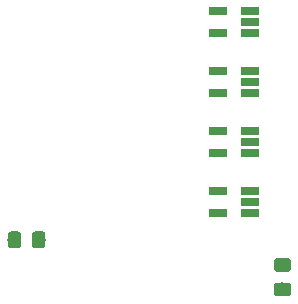
<source format=gbr>
G04 #@! TF.GenerationSoftware,KiCad,Pcbnew,(5.1.4)-1*
G04 #@! TF.CreationDate,2020-03-09T15:05:49+03:00*
G04 #@! TF.ProjectId,L293,4c323933-2e6b-4696-9361-645f70636258,rev?*
G04 #@! TF.SameCoordinates,Original*
G04 #@! TF.FileFunction,Paste,Bot*
G04 #@! TF.FilePolarity,Positive*
%FSLAX46Y46*%
G04 Gerber Fmt 4.6, Leading zero omitted, Abs format (unit mm)*
G04 Created by KiCad (PCBNEW (5.1.4)-1) date 2020-03-09 15:05:49*
%MOMM*%
%LPD*%
G04 APERTURE LIST*
%ADD10C,0.100000*%
%ADD11C,1.150000*%
%ADD12R,1.560000X0.650000*%
G04 APERTURE END LIST*
D10*
G36*
X120807005Y-84126204D02*
G01*
X120831273Y-84129804D01*
X120855072Y-84135765D01*
X120878171Y-84144030D01*
X120900350Y-84154520D01*
X120921393Y-84167132D01*
X120941099Y-84181747D01*
X120959277Y-84198223D01*
X120975753Y-84216401D01*
X120990368Y-84236107D01*
X121002980Y-84257150D01*
X121013470Y-84279329D01*
X121021735Y-84302428D01*
X121027696Y-84326227D01*
X121031296Y-84350495D01*
X121032500Y-84374999D01*
X121032500Y-85025001D01*
X121031296Y-85049505D01*
X121027696Y-85073773D01*
X121021735Y-85097572D01*
X121013470Y-85120671D01*
X121002980Y-85142850D01*
X120990368Y-85163893D01*
X120975753Y-85183599D01*
X120959277Y-85201777D01*
X120941099Y-85218253D01*
X120921393Y-85232868D01*
X120900350Y-85245480D01*
X120878171Y-85255970D01*
X120855072Y-85264235D01*
X120831273Y-85270196D01*
X120807005Y-85273796D01*
X120782501Y-85275000D01*
X119882499Y-85275000D01*
X119857995Y-85273796D01*
X119833727Y-85270196D01*
X119809928Y-85264235D01*
X119786829Y-85255970D01*
X119764650Y-85245480D01*
X119743607Y-85232868D01*
X119723901Y-85218253D01*
X119705723Y-85201777D01*
X119689247Y-85183599D01*
X119674632Y-85163893D01*
X119662020Y-85142850D01*
X119651530Y-85120671D01*
X119643265Y-85097572D01*
X119637304Y-85073773D01*
X119633704Y-85049505D01*
X119632500Y-85025001D01*
X119632500Y-84374999D01*
X119633704Y-84350495D01*
X119637304Y-84326227D01*
X119643265Y-84302428D01*
X119651530Y-84279329D01*
X119662020Y-84257150D01*
X119674632Y-84236107D01*
X119689247Y-84216401D01*
X119705723Y-84198223D01*
X119723901Y-84181747D01*
X119743607Y-84167132D01*
X119764650Y-84154520D01*
X119786829Y-84144030D01*
X119809928Y-84135765D01*
X119833727Y-84129804D01*
X119857995Y-84126204D01*
X119882499Y-84125000D01*
X120782501Y-84125000D01*
X120807005Y-84126204D01*
X120807005Y-84126204D01*
G37*
D11*
X120332500Y-84700000D03*
D10*
G36*
X120807005Y-86176204D02*
G01*
X120831273Y-86179804D01*
X120855072Y-86185765D01*
X120878171Y-86194030D01*
X120900350Y-86204520D01*
X120921393Y-86217132D01*
X120941099Y-86231747D01*
X120959277Y-86248223D01*
X120975753Y-86266401D01*
X120990368Y-86286107D01*
X121002980Y-86307150D01*
X121013470Y-86329329D01*
X121021735Y-86352428D01*
X121027696Y-86376227D01*
X121031296Y-86400495D01*
X121032500Y-86424999D01*
X121032500Y-87075001D01*
X121031296Y-87099505D01*
X121027696Y-87123773D01*
X121021735Y-87147572D01*
X121013470Y-87170671D01*
X121002980Y-87192850D01*
X120990368Y-87213893D01*
X120975753Y-87233599D01*
X120959277Y-87251777D01*
X120941099Y-87268253D01*
X120921393Y-87282868D01*
X120900350Y-87295480D01*
X120878171Y-87305970D01*
X120855072Y-87314235D01*
X120831273Y-87320196D01*
X120807005Y-87323796D01*
X120782501Y-87325000D01*
X119882499Y-87325000D01*
X119857995Y-87323796D01*
X119833727Y-87320196D01*
X119809928Y-87314235D01*
X119786829Y-87305970D01*
X119764650Y-87295480D01*
X119743607Y-87282868D01*
X119723901Y-87268253D01*
X119705723Y-87251777D01*
X119689247Y-87233599D01*
X119674632Y-87213893D01*
X119662020Y-87192850D01*
X119651530Y-87170671D01*
X119643265Y-87147572D01*
X119637304Y-87123773D01*
X119633704Y-87099505D01*
X119632500Y-87075001D01*
X119632500Y-86424999D01*
X119633704Y-86400495D01*
X119637304Y-86376227D01*
X119643265Y-86352428D01*
X119651530Y-86329329D01*
X119662020Y-86307150D01*
X119674632Y-86286107D01*
X119689247Y-86266401D01*
X119705723Y-86248223D01*
X119723901Y-86231747D01*
X119743607Y-86217132D01*
X119764650Y-86204520D01*
X119786829Y-86194030D01*
X119809928Y-86185765D01*
X119833727Y-86179804D01*
X119857995Y-86176204D01*
X119882499Y-86175000D01*
X120782501Y-86175000D01*
X120807005Y-86176204D01*
X120807005Y-86176204D01*
G37*
D11*
X120332500Y-86750000D03*
D10*
G36*
X100044505Y-81851204D02*
G01*
X100068773Y-81854804D01*
X100092572Y-81860765D01*
X100115671Y-81869030D01*
X100137850Y-81879520D01*
X100158893Y-81892132D01*
X100178599Y-81906747D01*
X100196777Y-81923223D01*
X100213253Y-81941401D01*
X100227868Y-81961107D01*
X100240480Y-81982150D01*
X100250970Y-82004329D01*
X100259235Y-82027428D01*
X100265196Y-82051227D01*
X100268796Y-82075495D01*
X100270000Y-82099999D01*
X100270000Y-83000001D01*
X100268796Y-83024505D01*
X100265196Y-83048773D01*
X100259235Y-83072572D01*
X100250970Y-83095671D01*
X100240480Y-83117850D01*
X100227868Y-83138893D01*
X100213253Y-83158599D01*
X100196777Y-83176777D01*
X100178599Y-83193253D01*
X100158893Y-83207868D01*
X100137850Y-83220480D01*
X100115671Y-83230970D01*
X100092572Y-83239235D01*
X100068773Y-83245196D01*
X100044505Y-83248796D01*
X100020001Y-83250000D01*
X99369999Y-83250000D01*
X99345495Y-83248796D01*
X99321227Y-83245196D01*
X99297428Y-83239235D01*
X99274329Y-83230970D01*
X99252150Y-83220480D01*
X99231107Y-83207868D01*
X99211401Y-83193253D01*
X99193223Y-83176777D01*
X99176747Y-83158599D01*
X99162132Y-83138893D01*
X99149520Y-83117850D01*
X99139030Y-83095671D01*
X99130765Y-83072572D01*
X99124804Y-83048773D01*
X99121204Y-83024505D01*
X99120000Y-83000001D01*
X99120000Y-82099999D01*
X99121204Y-82075495D01*
X99124804Y-82051227D01*
X99130765Y-82027428D01*
X99139030Y-82004329D01*
X99149520Y-81982150D01*
X99162132Y-81961107D01*
X99176747Y-81941401D01*
X99193223Y-81923223D01*
X99211401Y-81906747D01*
X99231107Y-81892132D01*
X99252150Y-81879520D01*
X99274329Y-81869030D01*
X99297428Y-81860765D01*
X99321227Y-81854804D01*
X99345495Y-81851204D01*
X99369999Y-81850000D01*
X100020001Y-81850000D01*
X100044505Y-81851204D01*
X100044505Y-81851204D01*
G37*
D11*
X99695000Y-82550000D03*
D10*
G36*
X97994505Y-81851204D02*
G01*
X98018773Y-81854804D01*
X98042572Y-81860765D01*
X98065671Y-81869030D01*
X98087850Y-81879520D01*
X98108893Y-81892132D01*
X98128599Y-81906747D01*
X98146777Y-81923223D01*
X98163253Y-81941401D01*
X98177868Y-81961107D01*
X98190480Y-81982150D01*
X98200970Y-82004329D01*
X98209235Y-82027428D01*
X98215196Y-82051227D01*
X98218796Y-82075495D01*
X98220000Y-82099999D01*
X98220000Y-83000001D01*
X98218796Y-83024505D01*
X98215196Y-83048773D01*
X98209235Y-83072572D01*
X98200970Y-83095671D01*
X98190480Y-83117850D01*
X98177868Y-83138893D01*
X98163253Y-83158599D01*
X98146777Y-83176777D01*
X98128599Y-83193253D01*
X98108893Y-83207868D01*
X98087850Y-83220480D01*
X98065671Y-83230970D01*
X98042572Y-83239235D01*
X98018773Y-83245196D01*
X97994505Y-83248796D01*
X97970001Y-83250000D01*
X97319999Y-83250000D01*
X97295495Y-83248796D01*
X97271227Y-83245196D01*
X97247428Y-83239235D01*
X97224329Y-83230970D01*
X97202150Y-83220480D01*
X97181107Y-83207868D01*
X97161401Y-83193253D01*
X97143223Y-83176777D01*
X97126747Y-83158599D01*
X97112132Y-83138893D01*
X97099520Y-83117850D01*
X97089030Y-83095671D01*
X97080765Y-83072572D01*
X97074804Y-83048773D01*
X97071204Y-83024505D01*
X97070000Y-83000001D01*
X97070000Y-82099999D01*
X97071204Y-82075495D01*
X97074804Y-82051227D01*
X97080765Y-82027428D01*
X97089030Y-82004329D01*
X97099520Y-81982150D01*
X97112132Y-81961107D01*
X97126747Y-81941401D01*
X97143223Y-81923223D01*
X97161401Y-81906747D01*
X97181107Y-81892132D01*
X97202150Y-81879520D01*
X97224329Y-81869030D01*
X97247428Y-81860765D01*
X97271227Y-81854804D01*
X97295495Y-81851204D01*
X97319999Y-81850000D01*
X97970001Y-81850000D01*
X97994505Y-81851204D01*
X97994505Y-81851204D01*
G37*
D11*
X97645000Y-82550000D03*
D12*
X117555000Y-78425000D03*
X117555000Y-79375000D03*
X117555000Y-80325000D03*
X114855000Y-80325000D03*
X114855000Y-78425000D03*
X114855000Y-73345000D03*
X114855000Y-75245000D03*
X117555000Y-75245000D03*
X117555000Y-74295000D03*
X117555000Y-73345000D03*
X114855000Y-68265000D03*
X114855000Y-70165000D03*
X117555000Y-70165000D03*
X117555000Y-69215000D03*
X117555000Y-68265000D03*
X117555000Y-63185000D03*
X117555000Y-64135000D03*
X117555000Y-65085000D03*
X114855000Y-65085000D03*
X114855000Y-63185000D03*
M02*

</source>
